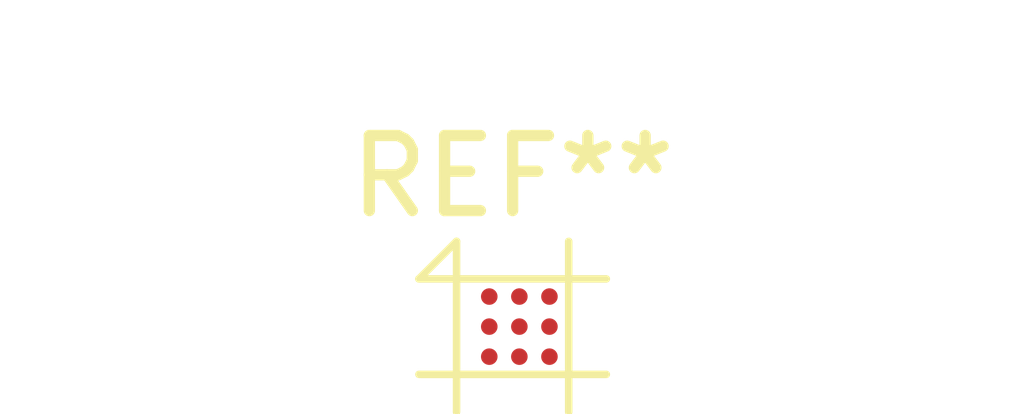
<source format=kicad_pcb>
(kicad_pcb (version 4) (host pcbnew 4.0.7-e2-6376~58~ubuntu16.04.1)

  (general
    (links 0)
    (no_connects 0)
    (area 0 0 0 0)
    (thickness 1.6)
    (drawings 0)
    (tracks 0)
    (zones 0)
    (modules 1)
    (nets 1)
  )

  (page A4)
  (layers
    (0 F.Cu signal)
    (31 B.Cu signal)
    (32 B.Adhes user)
    (33 F.Adhes user)
    (34 B.Paste user)
    (35 F.Paste user)
    (36 B.SilkS user)
    (37 F.SilkS user)
    (38 B.Mask user)
    (39 F.Mask user)
    (40 Dwgs.User user)
    (41 Cmts.User user)
    (42 Eco1.User user)
    (43 Eco2.User user)
    (44 Edge.Cuts user)
    (45 Margin user)
    (46 B.CrtYd user)
    (47 F.CrtYd user)
    (48 B.Fab user)
    (49 F.Fab user)
  )

  (setup
    (last_trace_width 0.1524)
    (user_trace_width 0.1524)
    (trace_clearance 0.2)
    (zone_clearance 0.508)
    (zone_45_only no)
    (trace_min 0.1524)
    (segment_width 0.2)
    (edge_width 0.15)
    (via_size 0.6)
    (via_drill 0.4)
    (via_min_size 0.4)
    (via_min_drill 0.3)
    (uvia_size 0.3)
    (uvia_drill 0.1)
    (uvias_allowed no)
    (uvia_min_size 0.2)
    (uvia_min_drill 0.1)
    (pcb_text_width 0.3)
    (pcb_text_size 1.5 1.5)
    (mod_edge_width 0.15)
    (mod_text_size 1 1)
    (mod_text_width 0.15)
    (pad_size 1.524 1.524)
    (pad_drill 0.762)
    (pad_to_mask_clearance 0.2)
    (aux_axis_origin 0 0)
    (visible_elements FFFFFF7F)
    (pcbplotparams
      (layerselection 0x00030_80000001)
      (usegerberextensions false)
      (excludeedgelayer true)
      (linewidth 0.100000)
      (plotframeref false)
      (viasonmask false)
      (mode 1)
      (useauxorigin false)
      (hpglpennumber 1)
      (hpglpenspeed 20)
      (hpglpendiameter 15)
      (hpglpenoverlay 2)
      (psnegative false)
      (psa4output false)
      (plotreference true)
      (plotvalue true)
      (plotinvisibletext false)
      (padsonsilk false)
      (subtractmaskfromsilk false)
      (outputformat 1)
      (mirror false)
      (drillshape 1)
      (scaleselection 1)
      (outputdirectory ""))
  )

  (net 0 "")

  (net_class Default "This is the default net class."
    (clearance 0.2)
    (trace_width 0.25)
    (via_dia 0.6)
    (via_drill 0.4)
    (uvia_dia 0.3)
    (uvia_drill 0.1)
  )

  (module device.farm:WLCSP9-TFA9882 (layer F.Cu) (tedit 5BCF3732) (tstamp 5BCF8DEC)
    (at 114 67.5)
    (fp_text reference REF** (at 0 -2) (layer F.SilkS)
      (effects (font (size 1 1) (thickness 0.15)))
    )
    (fp_text value WLCSP9-TFA9882 (at 0 -3.5) (layer F.Fab)
      (effects (font (size 1 1) (thickness 0.15)))
    )
    (fp_line (start -0.7455 -0.6355) (end 0.7455 -0.6355) (layer F.SilkS) (width 0.1))
    (fp_line (start -0.7455 0.6355) (end -0.7455 -0.6355) (layer F.SilkS) (width 0.1))
    (fp_line (start 0.7455 0.6355) (end -0.7455 0.6355) (layer F.SilkS) (width 0.1))
    (fp_line (start 0.7455 0.6355) (end 0.7455 1.1355) (layer F.SilkS) (width 0.1))
    (fp_line (start -0.7455 0.6355) (end -0.7455 1.1355) (layer F.SilkS) (width 0.1))
    (fp_line (start -0.7455 0.6355) (end -1.2455 0.6355) (layer F.SilkS) (width 0.1))
    (fp_line (start 0.7455 -0.6355) (end 0.7455 0.6355) (layer F.SilkS) (width 0.1))
    (fp_line (start -0.7455 -0.6355) (end -0.7455 -1.1355) (layer F.SilkS) (width 0.1))
    (fp_line (start -0.7455 -0.6355) (end -1.2455 -0.6355) (layer F.SilkS) (width 0.1))
    (fp_line (start -1.2455 -0.6355) (end -0.7455 -1.1355) (layer F.SilkS) (width 0.1))
    (fp_line (start 0.7455 -0.6355) (end 0.7455 -1.1355) (layer F.SilkS) (width 0.1))
    (fp_line (start 0.7455 -0.6355) (end 1.2455 -0.6355) (layer F.SilkS) (width 0.1))
    (fp_line (start 0.7455 0.6355) (end 1.2455 0.6355) (layer F.SilkS) (width 0.1))
    (pad A1 smd circle (at -0.3105 -0.4005) (size 0.22 0.22) (layers F.Cu F.Paste F.Mask))
    (pad B1 smd circle (at -0.3105 -0.0005) (size 0.22 0.22) (layers F.Cu F.Paste F.Mask))
    (pad C1 smd circle (at -0.3105 0.3995) (size 0.22 0.22) (layers F.Cu F.Paste F.Mask))
    (pad A2 smd circle (at 0.0895 -0.4005) (size 0.22 0.22) (layers F.Cu F.Paste F.Mask))
    (pad B2 smd circle (at 0.0895 -0.0005) (size 0.22 0.22) (layers F.Cu F.Paste F.Mask))
    (pad C2 smd circle (at 0.0895 0.3995) (size 0.22 0.22) (layers F.Cu F.Paste F.Mask))
    (pad A3 smd circle (at 0.4895 -0.4005) (size 0.22 0.22) (layers F.Cu F.Paste F.Mask))
    (pad B3 smd circle (at 0.4895 -0.0005) (size 0.22 0.22) (layers F.Cu F.Paste F.Mask))
    (pad C3 smd circle (at 0.4895 0.3995) (size 0.22 0.22) (layers F.Cu F.Paste F.Mask))
    (model ${DF}/WLCSP9-TFA9882.wrl
      (at (xyz 0 0 0))
      (scale (xyz 0.393701 0.393701 0.393701))
      (rotate (xyz 0 0 0))
    )
  )

)

</source>
